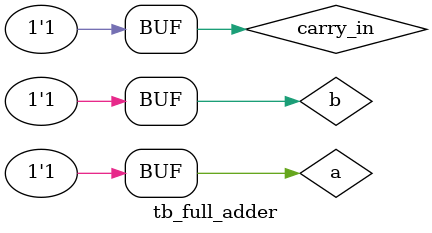
<source format=v>
`timescale 1ns / 1ps

module tb_full_adder;

	reg a;
	reg b;
	reg carry_in;
	wire sum;
	wire carry_out;

	full_adder uut(
	    .A(a),
	    .B(b),
	    .carry_in(carry_in),
	    .SUM(sum),
	    .carry_out(carry_out)
	);

	initial begin
	    a=0;
	    b=0;
	    carry_in=0;
	    #15;

	    a=0;
	    b=0;
	    carry_in=1;
	    #15;

	    a=0;
	    b=1;
	    carry_in=0;
	    #15;

	    a=0;
	    b=1;
	    carry_in=1;
	    #15;

	    a=1;
	    b=0;
	    carry_in=0;
	    #15;

	    a=1;
	    b=0;
	    carry_in=1;
	    #15;

	    a=1;
	    b=1;
	    carry_in=0;
	    #15;

	    a=1;
	    b=1;
	    carry_in=1;
        end
endmodule


</source>
